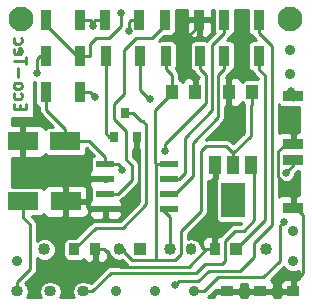
<source format=gbr>
G04 #@! TF.FileFunction,Copper,L2,Bot,Signal*
%FSLAX46Y46*%
G04 Gerber Fmt 4.6, Leading zero omitted, Abs format (unit mm)*
G04 Created by KiCad (PCBNEW 4.0.5+dfsg1-4) date Fri Oct 13 23:10:58 2017*
%MOMM*%
%LPD*%
G01*
G04 APERTURE LIST*
%ADD10C,0.100000*%
%ADD11C,0.254000*%
%ADD12R,0.900000X1.700000*%
%ADD13R,0.914400X1.016000*%
%ADD14O,0.914400X1.016000*%
%ADD15C,1.016000*%
%ADD16R,1.016000X1.016000*%
%ADD17C,0.914400*%
%ADD18R,1.016000X0.914400*%
%ADD19O,1.016000X0.914400*%
%ADD20R,1.000760X1.501140*%
%ADD21R,1.998980X2.999740*%
%ADD22R,1.700000X0.900000*%
%ADD23C,2.100000*%
%ADD24R,1.000000X1.250000*%
%ADD25R,0.800000X0.900000*%
%ADD26R,1.550000X0.600000*%
%ADD27R,2.600000X1.600000*%
%ADD28C,0.660400*%
G04 APERTURE END LIST*
D10*
D11*
X52040971Y-34368618D02*
X52040971Y-34029952D01*
X51508781Y-33884809D02*
X51508781Y-34368618D01*
X52524781Y-34368618D01*
X52524781Y-33884809D01*
X51557162Y-33013952D02*
X51508781Y-33110714D01*
X51508781Y-33304237D01*
X51557162Y-33400999D01*
X51605543Y-33449380D01*
X51702305Y-33497761D01*
X51992590Y-33497761D01*
X52089352Y-33449380D01*
X52137733Y-33400999D01*
X52186114Y-33304237D01*
X52186114Y-33110714D01*
X52137733Y-33013952D01*
X51508781Y-32433380D02*
X51557162Y-32530142D01*
X51605543Y-32578523D01*
X51702305Y-32626904D01*
X51992590Y-32626904D01*
X52089352Y-32578523D01*
X52137733Y-32530142D01*
X52186114Y-32433380D01*
X52186114Y-32288238D01*
X52137733Y-32191476D01*
X52089352Y-32143095D01*
X51992590Y-32094714D01*
X51702305Y-32094714D01*
X51605543Y-32143095D01*
X51557162Y-32191476D01*
X51508781Y-32288238D01*
X51508781Y-32433380D01*
X51895829Y-31659285D02*
X51895829Y-30885190D01*
X52524781Y-30546523D02*
X52524781Y-29965952D01*
X51508781Y-30256237D02*
X52524781Y-30256237D01*
X51557162Y-29240238D02*
X51508781Y-29337000D01*
X51508781Y-29530523D01*
X51557162Y-29627285D01*
X51653924Y-29675666D01*
X52040971Y-29675666D01*
X52137733Y-29627285D01*
X52186114Y-29530523D01*
X52186114Y-29337000D01*
X52137733Y-29240238D01*
X52040971Y-29191857D01*
X51944210Y-29191857D01*
X51847448Y-29675666D01*
X51557162Y-28321000D02*
X51508781Y-28417762D01*
X51508781Y-28611285D01*
X51557162Y-28708047D01*
X51605543Y-28756428D01*
X51702305Y-28804809D01*
X51992590Y-28804809D01*
X52089352Y-28756428D01*
X52137733Y-28708047D01*
X52186114Y-28611285D01*
X52186114Y-28417762D01*
X52137733Y-28321000D01*
D12*
X59256000Y-26797000D03*
X62156000Y-26797000D03*
D13*
X68548000Y-46228000D03*
D14*
X66548000Y-46228000D03*
D13*
X56642000Y-46228000D03*
D15*
X54102000Y-46228000D03*
D16*
X70358000Y-46228000D03*
D15*
X72898000Y-46228000D03*
D16*
X62230000Y-46228000D03*
D15*
X64770000Y-46228000D03*
D13*
X58420000Y-46228000D03*
D14*
X60420000Y-46228000D03*
D17*
X51816000Y-47244000D03*
X75184000Y-44704000D03*
X75184000Y-47244000D03*
D18*
X75184000Y-49784000D03*
X72390000Y-49784000D03*
X69596000Y-49784000D03*
D17*
X66802000Y-49784000D03*
X63500000Y-49784000D03*
X60198000Y-49784000D03*
D19*
X54610000Y-49784000D03*
X57404000Y-49784000D03*
X51816000Y-49784000D03*
D20*
X68577460Y-39080440D03*
X70078600Y-39080440D03*
X71579740Y-39080440D03*
D21*
X70078600Y-42031920D03*
D22*
X75184000Y-33274000D03*
X75184000Y-37338000D03*
X75184000Y-38633400D03*
X75184000Y-42697400D03*
D23*
X74866500Y-26733500D03*
D24*
X71723000Y-32893000D03*
X69723000Y-32893000D03*
X66897000Y-32893000D03*
X64897000Y-32893000D03*
D17*
X74930000Y-29369000D03*
X74930000Y-31369000D03*
D25*
X61910000Y-36687000D03*
X60010000Y-36687000D03*
X60960000Y-34687000D03*
D12*
X54250000Y-26797000D03*
X57150000Y-26797000D03*
X54229000Y-29845000D03*
X57129000Y-29845000D03*
X59309000Y-29845000D03*
X62209000Y-29845000D03*
X64410000Y-29845000D03*
X67310000Y-29845000D03*
X54229000Y-32893000D03*
X57129000Y-32893000D03*
X69342000Y-29845000D03*
X72242000Y-29845000D03*
X69342000Y-26797000D03*
X72242000Y-26797000D03*
X64336000Y-26797000D03*
X67236000Y-26797000D03*
D26*
X59276000Y-42799000D03*
X59276000Y-41529000D03*
X59276000Y-40259000D03*
X59276000Y-38989000D03*
X64676000Y-38989000D03*
X64676000Y-40259000D03*
X64676000Y-41529000D03*
X64676000Y-42799000D03*
D23*
X52133500Y-26733500D03*
D27*
X52326000Y-42164000D03*
X55926000Y-42164000D03*
X52278000Y-37084000D03*
X55878000Y-37084000D03*
D28*
X68481421Y-36700989D03*
X66245014Y-31491722D03*
X58203000Y-27322800D03*
X60683629Y-39475504D03*
X64332989Y-37879128D03*
X65207010Y-49218657D03*
X58380500Y-33300000D03*
X74404410Y-43861631D03*
X60564174Y-26172179D03*
X74980476Y-32791066D03*
X53482100Y-31287600D03*
X61259741Y-27766374D03*
X74567800Y-39721700D03*
X63024890Y-33526480D03*
D11*
X71574100Y-34048200D02*
X71574100Y-36580370D01*
X71574100Y-36580370D02*
X70078600Y-38075870D01*
X70078600Y-38075870D02*
X70078600Y-39080440D01*
X70078600Y-38075870D02*
X69502953Y-37500223D01*
X69502953Y-37500223D02*
X67756824Y-37500223D01*
X63460541Y-34454459D02*
X64897000Y-33018000D01*
X63460541Y-38929841D02*
X63460541Y-34454459D01*
X63519700Y-38989000D02*
X63460541Y-38929841D01*
X64897000Y-33018000D02*
X64897000Y-32893000D01*
X63519700Y-47145000D02*
X65151000Y-47145000D01*
X65669600Y-44688800D02*
X67357200Y-43001200D01*
X65151000Y-47145000D02*
X65669600Y-46626400D01*
X65669600Y-46626400D02*
X65669600Y-44688800D01*
X67357200Y-43001200D02*
X67357200Y-37899847D01*
X67357200Y-37899847D02*
X67756824Y-37500223D01*
X64410000Y-30949000D02*
X64897000Y-31436000D01*
X64410000Y-29845000D02*
X64410000Y-30949000D01*
X64897000Y-32014000D02*
X64897000Y-32893000D01*
X64897000Y-31436000D02*
X64897000Y-32014000D01*
X60420000Y-46228000D02*
X60839300Y-46228000D01*
X63519700Y-47145000D02*
X63519700Y-38989000D01*
X61535000Y-47145000D02*
X63519700Y-47145000D01*
X60839300Y-46449300D02*
X61535000Y-47145000D01*
X60839300Y-46228000D02*
X60839300Y-46449300D01*
X71574100Y-34048200D02*
X71723000Y-33899300D01*
X71723000Y-32893000D02*
X71723000Y-33899300D01*
X64676000Y-38989000D02*
X63519700Y-38989000D01*
X76022201Y-45214698D02*
X76022201Y-45034200D01*
X76022201Y-45034200D02*
X76022201Y-44450000D01*
X76022201Y-48234599D02*
X76022201Y-45034200D01*
X75184000Y-49784000D02*
X75184000Y-49072800D01*
X75184000Y-49072800D02*
X76022201Y-48234599D01*
X75184000Y-37338000D02*
X74493598Y-37338000D01*
X74493598Y-37338000D02*
X73856599Y-37974999D01*
X73856599Y-40063077D02*
X75184000Y-41390478D01*
X75184000Y-41390478D02*
X75184000Y-41993400D01*
X75184000Y-41993400D02*
X75184000Y-42697400D01*
X73856599Y-37974999D02*
X73856599Y-40063077D01*
X68577460Y-39080440D02*
X68577460Y-40085010D01*
X68577460Y-40085010D02*
X68222261Y-40440209D01*
X68222261Y-40440209D02*
X68222261Y-43204622D01*
X68548000Y-43530361D02*
X68548000Y-46228000D01*
X68222261Y-43204622D02*
X68548000Y-43530361D01*
X68548000Y-45338700D02*
X68548000Y-46228000D01*
X59276000Y-42799000D02*
X60773677Y-42799000D01*
X60773677Y-42799000D02*
X62082121Y-41490556D01*
X62082121Y-41490556D02*
X62082121Y-37690421D01*
X62082121Y-37690421D02*
X61910000Y-37518300D01*
X61910000Y-37518300D02*
X61910000Y-36687000D01*
X69723000Y-35459410D02*
X68811620Y-36370790D01*
X68811620Y-36370790D02*
X68481421Y-36700989D01*
X69723000Y-32893000D02*
X69723000Y-35459410D01*
X67236000Y-26797000D02*
X67236000Y-27228903D01*
X66245014Y-31024749D02*
X66245014Y-31491722D01*
X67236000Y-27228903D02*
X66245014Y-28219889D01*
X66245014Y-28219889D02*
X66245014Y-31024749D01*
X66374722Y-31491722D02*
X66245014Y-31491722D01*
X66897000Y-32014000D02*
X66374722Y-31491722D01*
X66897000Y-32893000D02*
X66897000Y-32014000D01*
X66897000Y-32893000D02*
X66897000Y-32768000D01*
X72440800Y-49784000D02*
X72390000Y-49784000D01*
X75184000Y-49618608D02*
X75184000Y-49784000D01*
X67792737Y-46228000D02*
X66348197Y-47672540D01*
X59131200Y-46228000D02*
X58420000Y-46228000D01*
X66348197Y-47672540D02*
X60575740Y-47672540D01*
X60575740Y-47672540D02*
X59131200Y-46228000D01*
X68548000Y-46228000D02*
X67792737Y-46228000D01*
X76022201Y-44301663D02*
X76022201Y-44450000D01*
X76022201Y-43281601D02*
X76022201Y-44450000D01*
X75438000Y-42697400D02*
X76022201Y-43281601D01*
X75184000Y-42697400D02*
X75438000Y-42697400D01*
X52913000Y-39751000D02*
X52278000Y-39116000D01*
X52278000Y-39116000D02*
X52278000Y-37084000D01*
X55926000Y-42164000D02*
X55926000Y-41110000D01*
X55926000Y-41110000D02*
X54567000Y-39751000D01*
X54567000Y-39751000D02*
X54267000Y-39751000D01*
X55319039Y-47045852D02*
X55319039Y-44119800D01*
X55926000Y-42164000D02*
X55926000Y-43218000D01*
X55926000Y-43218000D02*
X55319039Y-43824961D01*
X55319039Y-43824961D02*
X55319039Y-44119800D01*
X52913000Y-39751000D02*
X52578000Y-39416000D01*
X54267000Y-39751000D02*
X52913000Y-39751000D01*
X57719089Y-40424100D02*
X57719089Y-42164000D01*
X59276000Y-42799000D02*
X57871489Y-42799000D01*
X57871489Y-42799000D02*
X57719089Y-42646600D01*
X57719089Y-42646600D02*
X57719089Y-42164000D01*
X59276000Y-40259000D02*
X57884189Y-40259000D01*
X57884189Y-40259000D02*
X57719089Y-40424100D01*
X57107300Y-42164000D02*
X57719089Y-42164000D01*
X58420000Y-46228000D02*
X58420000Y-46990000D01*
X58420000Y-46990000D02*
X57645300Y-47764700D01*
X57645300Y-47764700D02*
X56037887Y-47764700D01*
X56037887Y-47764700D02*
X55319039Y-47045852D01*
X55626000Y-42164000D02*
X56366700Y-42164000D01*
X56366700Y-42164000D02*
X57107300Y-42164000D01*
X57404000Y-49784000D02*
X58166000Y-49784000D01*
X67667181Y-47441364D02*
X69178644Y-47441364D01*
X70256398Y-44627800D02*
X70978751Y-44627800D01*
X58166000Y-49784000D02*
X59769449Y-48180551D01*
X59769449Y-48180551D02*
X66927994Y-48180551D01*
X69178644Y-47441364D02*
X69415000Y-47205008D01*
X70978751Y-44627800D02*
X71842129Y-43764422D01*
X71842129Y-39342829D02*
X71579740Y-39080440D01*
X66927994Y-48180551D02*
X67667181Y-47441364D01*
X69415000Y-47205008D02*
X69415000Y-45469198D01*
X69415000Y-45469198D02*
X70256398Y-44627800D01*
X71842129Y-43764422D02*
X71842129Y-39342829D01*
X52902839Y-47858661D02*
X52902839Y-44107100D01*
X52326000Y-42164000D02*
X52326000Y-43530261D01*
X52326000Y-43530261D02*
X52902839Y-44107100D01*
X51816000Y-49784000D02*
X51816000Y-48945500D01*
X51816000Y-48945500D02*
X52902839Y-47858661D01*
X59256000Y-26797000D02*
X58424700Y-26797000D01*
X57150000Y-26797000D02*
X57981300Y-26797000D01*
X58203000Y-27018700D02*
X57981300Y-26797000D01*
X58203000Y-27018700D02*
X58424700Y-26797000D01*
X58203000Y-27322800D02*
X58203000Y-27018700D01*
X60305000Y-38989000D02*
X60683629Y-39367629D01*
X60683629Y-39367629D02*
X60683629Y-39475504D01*
X59276000Y-38989000D02*
X60305000Y-38989000D01*
X54229000Y-32893000D02*
X54229000Y-34251900D01*
X55878000Y-37084000D02*
X55878000Y-36030000D01*
X55878000Y-36030000D02*
X54229000Y-34381000D01*
X54229000Y-34381000D02*
X54229000Y-34251900D01*
X55878000Y-37084000D02*
X57925000Y-37084000D01*
X59276000Y-38989000D02*
X59276000Y-38435000D01*
X59276000Y-38435000D02*
X57925000Y-37084000D01*
X57925000Y-37084000D02*
X56932000Y-37084000D01*
X56932000Y-37084000D02*
X55578000Y-37084000D01*
X64770000Y-43471100D02*
X64770000Y-46228000D01*
X64097900Y-42799000D02*
X64770000Y-43471100D01*
X64676000Y-42799000D02*
X64097900Y-42799000D01*
X62714900Y-42413312D02*
X60750912Y-44377300D01*
X60750912Y-44377300D02*
X58441900Y-44377300D01*
X60960000Y-34687000D02*
X61614000Y-34687000D01*
X62318000Y-35391000D02*
X62445300Y-35391000D01*
X62445300Y-35391000D02*
X62714900Y-35660600D01*
X56642000Y-46177200D02*
X56642000Y-46228000D01*
X61614000Y-34687000D02*
X62318000Y-35391000D01*
X62714900Y-35660600D02*
X62714900Y-42413312D01*
X58441900Y-44377300D02*
X56642000Y-46177200D01*
X64332989Y-37267813D02*
X64332989Y-37412155D01*
X67310000Y-29845000D02*
X67310000Y-30949000D01*
X67310000Y-30949000D02*
X67799924Y-31438924D01*
X67799924Y-31438924D02*
X67799924Y-33800878D01*
X67799924Y-33800878D02*
X64332989Y-37267813D01*
X64332989Y-37412155D02*
X64332989Y-37879128D01*
X72242000Y-29845000D02*
X72242000Y-30949000D01*
X72242000Y-30949000D02*
X72817141Y-31524141D01*
X72817141Y-31524141D02*
X72817141Y-43770201D01*
X72817141Y-43770201D02*
X70359342Y-46228000D01*
X70359342Y-46228000D02*
X70358000Y-46228000D01*
X72242000Y-26797000D02*
X72242000Y-27901000D01*
X72242000Y-27901000D02*
X73348589Y-29007589D01*
X73348589Y-29007589D02*
X73348589Y-44135818D01*
X73348589Y-44135818D02*
X71811144Y-45673263D01*
X71811144Y-46896690D02*
X70689933Y-48017901D01*
X71811144Y-45673263D02*
X71811144Y-46896690D01*
X65537209Y-48888458D02*
X65207010Y-49218657D01*
X70689933Y-48017901D02*
X68003338Y-48017901D01*
X68003338Y-48017901D02*
X67132781Y-48888458D01*
X67132781Y-48888458D02*
X65537209Y-48888458D01*
X57973500Y-32893000D02*
X58380500Y-33300000D01*
X57129000Y-32893000D02*
X57973500Y-32893000D01*
X66802000Y-49784000D02*
X67622711Y-49784000D01*
X67622711Y-49784000D02*
X68821143Y-48585568D01*
X68821143Y-48585568D02*
X72628995Y-48585568D01*
X74019067Y-44246974D02*
X74074211Y-44191830D01*
X72628995Y-48585568D02*
X74019067Y-47195496D01*
X74019067Y-47195496D02*
X74019067Y-44246974D01*
X74074211Y-44191830D02*
X74404410Y-43861631D01*
X59309000Y-29845000D02*
X59309000Y-36394900D01*
X59309000Y-36394900D02*
X59601100Y-36687000D01*
X59601100Y-36687000D02*
X60010000Y-36687000D01*
X57960300Y-28821727D02*
X58434345Y-28347682D01*
X60564174Y-26639152D02*
X60564174Y-26172179D01*
X60564174Y-27332186D02*
X60564174Y-26639152D01*
X59548678Y-28347682D02*
X60564174Y-27332186D01*
X58434345Y-28347682D02*
X59548678Y-28347682D01*
X57960300Y-29527500D02*
X57960300Y-28821727D01*
X74980476Y-33106037D02*
X74980476Y-32791066D01*
X75107389Y-33232950D02*
X74980476Y-33106037D01*
X75132805Y-33232950D02*
X75107389Y-33232950D01*
X75132805Y-33554805D02*
X75132805Y-33232950D01*
X75184000Y-33606000D02*
X75132805Y-33554805D01*
X75173855Y-33274000D02*
X75132805Y-33232950D01*
X75184000Y-33274000D02*
X75173855Y-33274000D01*
X54250000Y-26797000D02*
X54250000Y-27197000D01*
X54250000Y-27197000D02*
X56898000Y-29845000D01*
X56898000Y-29845000D02*
X57129000Y-29845000D01*
X57960300Y-29845000D02*
X57960300Y-29527500D01*
X57960300Y-29527500D02*
X57960300Y-28937400D01*
X57129000Y-29845000D02*
X57960300Y-29845000D01*
X53482100Y-31287600D02*
X53482100Y-30096600D01*
X53482100Y-30096600D02*
X53733700Y-29845000D01*
X53733700Y-29845000D02*
X54229000Y-29845000D01*
X61259741Y-27299401D02*
X61259741Y-27766374D01*
X62156000Y-26797000D02*
X61452000Y-26797000D01*
X61452000Y-26797000D02*
X61259741Y-26989259D01*
X61259741Y-26989259D02*
X61259741Y-27299401D01*
X75184000Y-38633400D02*
X75184000Y-39105500D01*
X75184000Y-39105500D02*
X74567800Y-39721700D01*
X75184000Y-38354000D02*
X75184000Y-39105500D01*
X74772200Y-39517300D02*
X74567800Y-39721700D01*
X62209000Y-32710590D02*
X62694691Y-33196281D01*
X62694691Y-33196281D02*
X63024890Y-33526480D01*
X62209000Y-29845000D02*
X62209000Y-32710590D01*
X68815945Y-35023172D02*
X68815945Y-31475055D01*
X68815945Y-31475055D02*
X69342000Y-30949000D01*
X69342000Y-30949000D02*
X69342000Y-29845000D01*
X66648100Y-40031900D02*
X66648100Y-37191017D01*
X66648100Y-37191017D02*
X68815945Y-35023172D01*
X64676000Y-41529000D02*
X65151000Y-41529000D01*
X65151000Y-41529000D02*
X66648100Y-40031900D01*
X64676000Y-40259000D02*
X65493900Y-40259000D01*
X65493900Y-40259000D02*
X65985431Y-39767469D01*
X65985431Y-36756046D02*
X68307934Y-34433543D01*
X65985431Y-39767469D02*
X65985431Y-36756046D01*
X68307934Y-34433543D02*
X68307934Y-28935066D01*
X68307934Y-28935066D02*
X69342000Y-27901000D01*
X69342000Y-27901000D02*
X69342000Y-26797000D01*
X59276000Y-41529000D02*
X60305000Y-41529000D01*
X60305000Y-41529000D02*
X61498965Y-40335035D01*
X61856000Y-28321000D02*
X63212000Y-28321000D01*
X61498965Y-40335035D02*
X61498965Y-39085277D01*
X61498965Y-39085277D02*
X61025007Y-38611319D01*
X61025007Y-38611319D02*
X61025007Y-36216728D01*
X64336000Y-27197000D02*
X64336000Y-26797000D01*
X61025007Y-36216728D02*
X59996618Y-35188339D01*
X59996618Y-35188339D02*
X59996618Y-33931818D01*
X59996618Y-33931818D02*
X60878100Y-33050336D01*
X60878100Y-33050336D02*
X60878100Y-29298900D01*
X60878100Y-29298900D02*
X61856000Y-28321000D01*
X63212000Y-28321000D02*
X64336000Y-27197000D01*
G36*
X74408358Y-47761289D02*
X74665358Y-48018738D01*
X75001317Y-48158241D01*
X75365087Y-48158558D01*
X75667800Y-48033479D01*
X75667800Y-48691800D01*
X75469750Y-48691800D01*
X75311000Y-48850550D01*
X75311000Y-49657000D01*
X75331000Y-49657000D01*
X75331000Y-49911000D01*
X75311000Y-49911000D01*
X75311000Y-49931000D01*
X75057000Y-49931000D01*
X75057000Y-49911000D01*
X74199750Y-49911000D01*
X74041000Y-50069750D01*
X74041000Y-50267800D01*
X73533000Y-50267800D01*
X73533000Y-50069750D01*
X73374250Y-49911000D01*
X72517000Y-49911000D01*
X72517000Y-49931000D01*
X72263000Y-49931000D01*
X72263000Y-49911000D01*
X71405750Y-49911000D01*
X71247000Y-50069750D01*
X71247000Y-50267800D01*
X70739000Y-50267800D01*
X70739000Y-50069750D01*
X70580250Y-49911000D01*
X69723000Y-49911000D01*
X69723000Y-49931000D01*
X69469000Y-49931000D01*
X69469000Y-49911000D01*
X68611750Y-49911000D01*
X68453000Y-50069750D01*
X68453000Y-50267800D01*
X67929981Y-50267800D01*
X68035803Y-50197092D01*
X68593823Y-49639073D01*
X68611750Y-49657000D01*
X69469000Y-49657000D01*
X69469000Y-49637000D01*
X69723000Y-49637000D01*
X69723000Y-49657000D01*
X70580250Y-49657000D01*
X70739000Y-49498250D01*
X70739000Y-49200490D01*
X70726275Y-49169768D01*
X71259725Y-49169768D01*
X71247000Y-49200490D01*
X71247000Y-49498250D01*
X71405750Y-49657000D01*
X72263000Y-49657000D01*
X72263000Y-49637000D01*
X72517000Y-49637000D01*
X72517000Y-49657000D01*
X73374250Y-49657000D01*
X73533000Y-49498250D01*
X73533000Y-49200490D01*
X74041000Y-49200490D01*
X74041000Y-49498250D01*
X74199750Y-49657000D01*
X75057000Y-49657000D01*
X75057000Y-48850550D01*
X74898250Y-48691800D01*
X74549691Y-48691800D01*
X74316302Y-48788473D01*
X74137673Y-48967101D01*
X74041000Y-49200490D01*
X73533000Y-49200490D01*
X73436327Y-48967101D01*
X73257698Y-48788473D01*
X73253863Y-48786884D01*
X74370670Y-47670077D01*
X74408358Y-47761289D01*
X74408358Y-47761289D01*
G37*
X74408358Y-47761289D02*
X74665358Y-48018738D01*
X75001317Y-48158241D01*
X75365087Y-48158558D01*
X75667800Y-48033479D01*
X75667800Y-48691800D01*
X75469750Y-48691800D01*
X75311000Y-48850550D01*
X75311000Y-49657000D01*
X75331000Y-49657000D01*
X75331000Y-49911000D01*
X75311000Y-49911000D01*
X75311000Y-49931000D01*
X75057000Y-49931000D01*
X75057000Y-49911000D01*
X74199750Y-49911000D01*
X74041000Y-50069750D01*
X74041000Y-50267800D01*
X73533000Y-50267800D01*
X73533000Y-50069750D01*
X73374250Y-49911000D01*
X72517000Y-49911000D01*
X72517000Y-49931000D01*
X72263000Y-49931000D01*
X72263000Y-49911000D01*
X71405750Y-49911000D01*
X71247000Y-50069750D01*
X71247000Y-50267800D01*
X70739000Y-50267800D01*
X70739000Y-50069750D01*
X70580250Y-49911000D01*
X69723000Y-49911000D01*
X69723000Y-49931000D01*
X69469000Y-49931000D01*
X69469000Y-49911000D01*
X68611750Y-49911000D01*
X68453000Y-50069750D01*
X68453000Y-50267800D01*
X67929981Y-50267800D01*
X68035803Y-50197092D01*
X68593823Y-49639073D01*
X68611750Y-49657000D01*
X69469000Y-49657000D01*
X69469000Y-49637000D01*
X69723000Y-49637000D01*
X69723000Y-49657000D01*
X70580250Y-49657000D01*
X70739000Y-49498250D01*
X70739000Y-49200490D01*
X70726275Y-49169768D01*
X71259725Y-49169768D01*
X71247000Y-49200490D01*
X71247000Y-49498250D01*
X71405750Y-49657000D01*
X72263000Y-49657000D01*
X72263000Y-49637000D01*
X72517000Y-49637000D01*
X72517000Y-49657000D01*
X73374250Y-49657000D01*
X73533000Y-49498250D01*
X73533000Y-49200490D01*
X74041000Y-49200490D01*
X74041000Y-49498250D01*
X74199750Y-49657000D01*
X75057000Y-49657000D01*
X75057000Y-48850550D01*
X74898250Y-48691800D01*
X74549691Y-48691800D01*
X74316302Y-48788473D01*
X74137673Y-48967101D01*
X74041000Y-49200490D01*
X73533000Y-49200490D01*
X73436327Y-48967101D01*
X73257698Y-48788473D01*
X73253863Y-48786884D01*
X74370670Y-47670077D01*
X74408358Y-47761289D01*
G36*
X53312843Y-32069903D02*
X53312843Y-33743000D01*
X53344723Y-33912428D01*
X53444855Y-34068038D01*
X53597639Y-34172430D01*
X53644800Y-34181980D01*
X53644800Y-34381000D01*
X53689270Y-34604564D01*
X53724378Y-34657107D01*
X53815908Y-34794092D01*
X54839659Y-35817843D01*
X54578000Y-35817843D01*
X54408572Y-35849723D01*
X54252962Y-35949855D01*
X54174486Y-36064709D01*
X54116327Y-35924301D01*
X53937698Y-35745673D01*
X53704309Y-35649000D01*
X52563750Y-35649000D01*
X52405000Y-35807750D01*
X52405000Y-36957000D01*
X52425000Y-36957000D01*
X52425000Y-37211000D01*
X52405000Y-37211000D01*
X52405000Y-38360250D01*
X52563750Y-38519000D01*
X53704309Y-38519000D01*
X53937698Y-38422327D01*
X54116327Y-38243699D01*
X54175004Y-38102040D01*
X54243855Y-38209038D01*
X54396639Y-38313430D01*
X54578000Y-38350157D01*
X57178000Y-38350157D01*
X57347428Y-38318277D01*
X57503038Y-38218145D01*
X57607430Y-38065361D01*
X57644157Y-37884000D01*
X57644157Y-37668200D01*
X57683016Y-37668200D01*
X58293827Y-38279011D01*
X58175962Y-38354855D01*
X58071570Y-38507639D01*
X58034843Y-38689000D01*
X58034843Y-39289000D01*
X58066723Y-39458428D01*
X58081141Y-39480834D01*
X57962673Y-39599301D01*
X57866000Y-39832690D01*
X57866000Y-39973250D01*
X58024750Y-40132000D01*
X59149000Y-40132000D01*
X59149000Y-40112000D01*
X59403000Y-40112000D01*
X59403000Y-40132000D01*
X59423000Y-40132000D01*
X59423000Y-40386000D01*
X59403000Y-40386000D01*
X59403000Y-40406000D01*
X59149000Y-40406000D01*
X59149000Y-40386000D01*
X58024750Y-40386000D01*
X57866000Y-40544750D01*
X57866000Y-40685310D01*
X57962673Y-40918699D01*
X58079706Y-41035731D01*
X58071570Y-41047639D01*
X58034843Y-41229000D01*
X58034843Y-41829000D01*
X58066723Y-41998428D01*
X58081141Y-42020834D01*
X57962673Y-42139301D01*
X57866000Y-42372690D01*
X57866000Y-42513250D01*
X58024750Y-42672000D01*
X59149000Y-42672000D01*
X59149000Y-42652000D01*
X59403000Y-42652000D01*
X59403000Y-42672000D01*
X60527250Y-42672000D01*
X60686000Y-42513250D01*
X60686000Y-42372690D01*
X60589327Y-42139301D01*
X60520383Y-42070357D01*
X60528564Y-42068730D01*
X60718092Y-41942092D01*
X61912054Y-40748129D01*
X61912057Y-40748127D01*
X62038695Y-40558599D01*
X62083165Y-40335035D01*
X62083165Y-39085277D01*
X62038695Y-38861713D01*
X61912057Y-38672185D01*
X61609207Y-38369335D01*
X61609207Y-37772000D01*
X61624250Y-37772000D01*
X61783000Y-37613250D01*
X61783000Y-36814000D01*
X61763000Y-36814000D01*
X61763000Y-36560000D01*
X61783000Y-36560000D01*
X61783000Y-36540000D01*
X62037000Y-36540000D01*
X62037000Y-36560000D01*
X62057000Y-36560000D01*
X62057000Y-36814000D01*
X62037000Y-36814000D01*
X62037000Y-37613250D01*
X62130700Y-37706950D01*
X62130700Y-42171329D01*
X60508928Y-43793100D01*
X58441900Y-43793100D01*
X58218336Y-43837570D01*
X58106562Y-43912255D01*
X58028808Y-43964208D01*
X56739173Y-45253843D01*
X56184800Y-45253843D01*
X56015372Y-45285723D01*
X55859762Y-45385855D01*
X55755370Y-45538639D01*
X55718643Y-45720000D01*
X55718643Y-46736000D01*
X55750523Y-46905428D01*
X55850655Y-47061038D01*
X56003439Y-47165430D01*
X56184800Y-47202157D01*
X57099200Y-47202157D01*
X57268628Y-47170277D01*
X57416067Y-47075403D01*
X57424473Y-47095698D01*
X57603101Y-47274327D01*
X57836490Y-47371000D01*
X58134250Y-47371000D01*
X58293000Y-47212250D01*
X58293000Y-46355000D01*
X58273000Y-46355000D01*
X58273000Y-46101000D01*
X58293000Y-46101000D01*
X58293000Y-46081000D01*
X58547000Y-46081000D01*
X58547000Y-46101000D01*
X58567000Y-46101000D01*
X58567000Y-46355000D01*
X58547000Y-46355000D01*
X58547000Y-47212250D01*
X58705750Y-47371000D01*
X59003510Y-47371000D01*
X59236899Y-47274327D01*
X59415527Y-47095698D01*
X59512200Y-46862309D01*
X59512200Y-46513750D01*
X59353452Y-46355002D01*
X59512200Y-46355002D01*
X59512200Y-46330889D01*
X59575205Y-46647635D01*
X59773422Y-46944287D01*
X60070074Y-47142504D01*
X60420000Y-47212109D01*
X60716873Y-47153057D01*
X61121908Y-47558092D01*
X61179167Y-47596351D01*
X59769449Y-47596351D01*
X59545885Y-47640821D01*
X59390362Y-47744738D01*
X59356357Y-47767459D01*
X58040024Y-49083792D01*
X57823635Y-48939205D01*
X57473709Y-48869600D01*
X57334291Y-48869600D01*
X56984365Y-48939205D01*
X56687713Y-49137422D01*
X56489496Y-49434074D01*
X56419891Y-49784000D01*
X56489496Y-50133926D01*
X56578948Y-50267800D01*
X55435052Y-50267800D01*
X55524504Y-50133926D01*
X55594109Y-49784000D01*
X55524504Y-49434074D01*
X55326287Y-49137422D01*
X55029635Y-48939205D01*
X54679709Y-48869600D01*
X54540291Y-48869600D01*
X54190365Y-48939205D01*
X53893713Y-49137422D01*
X53695496Y-49434074D01*
X53625891Y-49784000D01*
X53695496Y-50133926D01*
X53784948Y-50267800D01*
X52641052Y-50267800D01*
X52730504Y-50133926D01*
X52800109Y-49784000D01*
X52730504Y-49434074D01*
X52532287Y-49137422D01*
X52483117Y-49104567D01*
X53315928Y-48271755D01*
X53315931Y-48271753D01*
X53442569Y-48082225D01*
X53487039Y-47858661D01*
X53487039Y-46978156D01*
X53554544Y-47045779D01*
X53909168Y-47193032D01*
X54293148Y-47193367D01*
X54648027Y-47046734D01*
X54919779Y-46775456D01*
X55067032Y-46420832D01*
X55067367Y-46036852D01*
X54920734Y-45681973D01*
X54649456Y-45410221D01*
X54294832Y-45262968D01*
X53910852Y-45262633D01*
X53555973Y-45409266D01*
X53487039Y-45478080D01*
X53487039Y-44107105D01*
X53487040Y-44107100D01*
X53442570Y-43883537D01*
X53374992Y-43782400D01*
X53315931Y-43694008D01*
X53315928Y-43694006D01*
X53052079Y-43430157D01*
X53626000Y-43430157D01*
X53795428Y-43398277D01*
X53951038Y-43298145D01*
X54029514Y-43183291D01*
X54087673Y-43323699D01*
X54266302Y-43502327D01*
X54499691Y-43599000D01*
X55640250Y-43599000D01*
X55799000Y-43440250D01*
X55799000Y-42291000D01*
X56053000Y-42291000D01*
X56053000Y-43440250D01*
X56211750Y-43599000D01*
X57352309Y-43599000D01*
X57585698Y-43502327D01*
X57764327Y-43323699D01*
X57861000Y-43090310D01*
X57861000Y-43084750D01*
X57866000Y-43084750D01*
X57866000Y-43225310D01*
X57962673Y-43458699D01*
X58141302Y-43637327D01*
X58374691Y-43734000D01*
X58990250Y-43734000D01*
X59149000Y-43575250D01*
X59149000Y-42926000D01*
X59403000Y-42926000D01*
X59403000Y-43575250D01*
X59561750Y-43734000D01*
X60177309Y-43734000D01*
X60410698Y-43637327D01*
X60589327Y-43458699D01*
X60686000Y-43225310D01*
X60686000Y-43084750D01*
X60527250Y-42926000D01*
X59403000Y-42926000D01*
X59149000Y-42926000D01*
X58024750Y-42926000D01*
X57866000Y-43084750D01*
X57861000Y-43084750D01*
X57861000Y-42449750D01*
X57702250Y-42291000D01*
X56053000Y-42291000D01*
X55799000Y-42291000D01*
X55779000Y-42291000D01*
X55779000Y-42037000D01*
X55799000Y-42037000D01*
X55799000Y-40887750D01*
X56053000Y-40887750D01*
X56053000Y-42037000D01*
X57702250Y-42037000D01*
X57861000Y-41878250D01*
X57861000Y-41237690D01*
X57764327Y-41004301D01*
X57585698Y-40825673D01*
X57352309Y-40729000D01*
X56211750Y-40729000D01*
X56053000Y-40887750D01*
X55799000Y-40887750D01*
X55640250Y-40729000D01*
X54499691Y-40729000D01*
X54266302Y-40825673D01*
X54087673Y-41004301D01*
X54028996Y-41145960D01*
X53960145Y-41038962D01*
X53807361Y-40934570D01*
X53626000Y-40897843D01*
X51332200Y-40897843D01*
X51332200Y-38519000D01*
X51992250Y-38519000D01*
X52151000Y-38360250D01*
X52151000Y-37211000D01*
X52131000Y-37211000D01*
X52131000Y-36957000D01*
X52151000Y-36957000D01*
X52151000Y-35807750D01*
X51992250Y-35649000D01*
X51332200Y-35649000D01*
X51332200Y-35067724D01*
X53263800Y-35067724D01*
X53263800Y-32049538D01*
X53312843Y-32069903D01*
X53312843Y-32069903D01*
G37*
X53312843Y-32069903D02*
X53312843Y-33743000D01*
X53344723Y-33912428D01*
X53444855Y-34068038D01*
X53597639Y-34172430D01*
X53644800Y-34181980D01*
X53644800Y-34381000D01*
X53689270Y-34604564D01*
X53724378Y-34657107D01*
X53815908Y-34794092D01*
X54839659Y-35817843D01*
X54578000Y-35817843D01*
X54408572Y-35849723D01*
X54252962Y-35949855D01*
X54174486Y-36064709D01*
X54116327Y-35924301D01*
X53937698Y-35745673D01*
X53704309Y-35649000D01*
X52563750Y-35649000D01*
X52405000Y-35807750D01*
X52405000Y-36957000D01*
X52425000Y-36957000D01*
X52425000Y-37211000D01*
X52405000Y-37211000D01*
X52405000Y-38360250D01*
X52563750Y-38519000D01*
X53704309Y-38519000D01*
X53937698Y-38422327D01*
X54116327Y-38243699D01*
X54175004Y-38102040D01*
X54243855Y-38209038D01*
X54396639Y-38313430D01*
X54578000Y-38350157D01*
X57178000Y-38350157D01*
X57347428Y-38318277D01*
X57503038Y-38218145D01*
X57607430Y-38065361D01*
X57644157Y-37884000D01*
X57644157Y-37668200D01*
X57683016Y-37668200D01*
X58293827Y-38279011D01*
X58175962Y-38354855D01*
X58071570Y-38507639D01*
X58034843Y-38689000D01*
X58034843Y-39289000D01*
X58066723Y-39458428D01*
X58081141Y-39480834D01*
X57962673Y-39599301D01*
X57866000Y-39832690D01*
X57866000Y-39973250D01*
X58024750Y-40132000D01*
X59149000Y-40132000D01*
X59149000Y-40112000D01*
X59403000Y-40112000D01*
X59403000Y-40132000D01*
X59423000Y-40132000D01*
X59423000Y-40386000D01*
X59403000Y-40386000D01*
X59403000Y-40406000D01*
X59149000Y-40406000D01*
X59149000Y-40386000D01*
X58024750Y-40386000D01*
X57866000Y-40544750D01*
X57866000Y-40685310D01*
X57962673Y-40918699D01*
X58079706Y-41035731D01*
X58071570Y-41047639D01*
X58034843Y-41229000D01*
X58034843Y-41829000D01*
X58066723Y-41998428D01*
X58081141Y-42020834D01*
X57962673Y-42139301D01*
X57866000Y-42372690D01*
X57866000Y-42513250D01*
X58024750Y-42672000D01*
X59149000Y-42672000D01*
X59149000Y-42652000D01*
X59403000Y-42652000D01*
X59403000Y-42672000D01*
X60527250Y-42672000D01*
X60686000Y-42513250D01*
X60686000Y-42372690D01*
X60589327Y-42139301D01*
X60520383Y-42070357D01*
X60528564Y-42068730D01*
X60718092Y-41942092D01*
X61912054Y-40748129D01*
X61912057Y-40748127D01*
X62038695Y-40558599D01*
X62083165Y-40335035D01*
X62083165Y-39085277D01*
X62038695Y-38861713D01*
X61912057Y-38672185D01*
X61609207Y-38369335D01*
X61609207Y-37772000D01*
X61624250Y-37772000D01*
X61783000Y-37613250D01*
X61783000Y-36814000D01*
X61763000Y-36814000D01*
X61763000Y-36560000D01*
X61783000Y-36560000D01*
X61783000Y-36540000D01*
X62037000Y-36540000D01*
X62037000Y-36560000D01*
X62057000Y-36560000D01*
X62057000Y-36814000D01*
X62037000Y-36814000D01*
X62037000Y-37613250D01*
X62130700Y-37706950D01*
X62130700Y-42171329D01*
X60508928Y-43793100D01*
X58441900Y-43793100D01*
X58218336Y-43837570D01*
X58106562Y-43912255D01*
X58028808Y-43964208D01*
X56739173Y-45253843D01*
X56184800Y-45253843D01*
X56015372Y-45285723D01*
X55859762Y-45385855D01*
X55755370Y-45538639D01*
X55718643Y-45720000D01*
X55718643Y-46736000D01*
X55750523Y-46905428D01*
X55850655Y-47061038D01*
X56003439Y-47165430D01*
X56184800Y-47202157D01*
X57099200Y-47202157D01*
X57268628Y-47170277D01*
X57416067Y-47075403D01*
X57424473Y-47095698D01*
X57603101Y-47274327D01*
X57836490Y-47371000D01*
X58134250Y-47371000D01*
X58293000Y-47212250D01*
X58293000Y-46355000D01*
X58273000Y-46355000D01*
X58273000Y-46101000D01*
X58293000Y-46101000D01*
X58293000Y-46081000D01*
X58547000Y-46081000D01*
X58547000Y-46101000D01*
X58567000Y-46101000D01*
X58567000Y-46355000D01*
X58547000Y-46355000D01*
X58547000Y-47212250D01*
X58705750Y-47371000D01*
X59003510Y-47371000D01*
X59236899Y-47274327D01*
X59415527Y-47095698D01*
X59512200Y-46862309D01*
X59512200Y-46513750D01*
X59353452Y-46355002D01*
X59512200Y-46355002D01*
X59512200Y-46330889D01*
X59575205Y-46647635D01*
X59773422Y-46944287D01*
X60070074Y-47142504D01*
X60420000Y-47212109D01*
X60716873Y-47153057D01*
X61121908Y-47558092D01*
X61179167Y-47596351D01*
X59769449Y-47596351D01*
X59545885Y-47640821D01*
X59390362Y-47744738D01*
X59356357Y-47767459D01*
X58040024Y-49083792D01*
X57823635Y-48939205D01*
X57473709Y-48869600D01*
X57334291Y-48869600D01*
X56984365Y-48939205D01*
X56687713Y-49137422D01*
X56489496Y-49434074D01*
X56419891Y-49784000D01*
X56489496Y-50133926D01*
X56578948Y-50267800D01*
X55435052Y-50267800D01*
X55524504Y-50133926D01*
X55594109Y-49784000D01*
X55524504Y-49434074D01*
X55326287Y-49137422D01*
X55029635Y-48939205D01*
X54679709Y-48869600D01*
X54540291Y-48869600D01*
X54190365Y-48939205D01*
X53893713Y-49137422D01*
X53695496Y-49434074D01*
X53625891Y-49784000D01*
X53695496Y-50133926D01*
X53784948Y-50267800D01*
X52641052Y-50267800D01*
X52730504Y-50133926D01*
X52800109Y-49784000D01*
X52730504Y-49434074D01*
X52532287Y-49137422D01*
X52483117Y-49104567D01*
X53315928Y-48271755D01*
X53315931Y-48271753D01*
X53442569Y-48082225D01*
X53487039Y-47858661D01*
X53487039Y-46978156D01*
X53554544Y-47045779D01*
X53909168Y-47193032D01*
X54293148Y-47193367D01*
X54648027Y-47046734D01*
X54919779Y-46775456D01*
X55067032Y-46420832D01*
X55067367Y-46036852D01*
X54920734Y-45681973D01*
X54649456Y-45410221D01*
X54294832Y-45262968D01*
X53910852Y-45262633D01*
X53555973Y-45409266D01*
X53487039Y-45478080D01*
X53487039Y-44107105D01*
X53487040Y-44107100D01*
X53442570Y-43883537D01*
X53374992Y-43782400D01*
X53315931Y-43694008D01*
X53315928Y-43694006D01*
X53052079Y-43430157D01*
X53626000Y-43430157D01*
X53795428Y-43398277D01*
X53951038Y-43298145D01*
X54029514Y-43183291D01*
X54087673Y-43323699D01*
X54266302Y-43502327D01*
X54499691Y-43599000D01*
X55640250Y-43599000D01*
X55799000Y-43440250D01*
X55799000Y-42291000D01*
X56053000Y-42291000D01*
X56053000Y-43440250D01*
X56211750Y-43599000D01*
X57352309Y-43599000D01*
X57585698Y-43502327D01*
X57764327Y-43323699D01*
X57861000Y-43090310D01*
X57861000Y-43084750D01*
X57866000Y-43084750D01*
X57866000Y-43225310D01*
X57962673Y-43458699D01*
X58141302Y-43637327D01*
X58374691Y-43734000D01*
X58990250Y-43734000D01*
X59149000Y-43575250D01*
X59149000Y-42926000D01*
X59403000Y-42926000D01*
X59403000Y-43575250D01*
X59561750Y-43734000D01*
X60177309Y-43734000D01*
X60410698Y-43637327D01*
X60589327Y-43458699D01*
X60686000Y-43225310D01*
X60686000Y-43084750D01*
X60527250Y-42926000D01*
X59403000Y-42926000D01*
X59149000Y-42926000D01*
X58024750Y-42926000D01*
X57866000Y-43084750D01*
X57861000Y-43084750D01*
X57861000Y-42449750D01*
X57702250Y-42291000D01*
X56053000Y-42291000D01*
X55799000Y-42291000D01*
X55779000Y-42291000D01*
X55779000Y-42037000D01*
X55799000Y-42037000D01*
X55799000Y-40887750D01*
X56053000Y-40887750D01*
X56053000Y-42037000D01*
X57702250Y-42037000D01*
X57861000Y-41878250D01*
X57861000Y-41237690D01*
X57764327Y-41004301D01*
X57585698Y-40825673D01*
X57352309Y-40729000D01*
X56211750Y-40729000D01*
X56053000Y-40887750D01*
X55799000Y-40887750D01*
X55640250Y-40729000D01*
X54499691Y-40729000D01*
X54266302Y-40825673D01*
X54087673Y-41004301D01*
X54028996Y-41145960D01*
X53960145Y-41038962D01*
X53807361Y-40934570D01*
X53626000Y-40897843D01*
X51332200Y-40897843D01*
X51332200Y-38519000D01*
X51992250Y-38519000D01*
X52151000Y-38360250D01*
X52151000Y-37211000D01*
X52131000Y-37211000D01*
X52131000Y-36957000D01*
X52151000Y-36957000D01*
X52151000Y-35807750D01*
X51992250Y-35649000D01*
X51332200Y-35649000D01*
X51332200Y-35067724D01*
X53263800Y-35067724D01*
X53263800Y-32049538D01*
X53312843Y-32069903D01*
G36*
X68704460Y-38953440D02*
X68724460Y-38953440D01*
X68724460Y-39207440D01*
X68704460Y-39207440D01*
X68704460Y-40270515D01*
X68649680Y-40350689D01*
X68612953Y-40532050D01*
X68612953Y-43531790D01*
X68644833Y-43701218D01*
X68744965Y-43856828D01*
X68897749Y-43961220D01*
X69079110Y-43997947D01*
X70782420Y-43997947D01*
X70736767Y-44043600D01*
X70256398Y-44043600D01*
X70032834Y-44088070D01*
X69843306Y-44214708D01*
X69843304Y-44214711D01*
X69001908Y-45056106D01*
X68982602Y-45085000D01*
X68833750Y-45085000D01*
X68675000Y-45243750D01*
X68675000Y-46101000D01*
X68695000Y-46101000D01*
X68695000Y-46355000D01*
X68675000Y-46355000D01*
X68675000Y-46375000D01*
X68421000Y-46375000D01*
X68421000Y-46355000D01*
X68401000Y-46355000D01*
X68401000Y-46101000D01*
X68421000Y-46101000D01*
X68421000Y-45243750D01*
X68262250Y-45085000D01*
X67964490Y-45085000D01*
X67731101Y-45181673D01*
X67552473Y-45360302D01*
X67455800Y-45593691D01*
X67455800Y-45942250D01*
X67614548Y-46100998D01*
X67455800Y-46100998D01*
X67455800Y-46125111D01*
X67392795Y-45808365D01*
X67194578Y-45511713D01*
X66897926Y-45313496D01*
X66548000Y-45243891D01*
X66253800Y-45302411D01*
X66253800Y-44930784D01*
X67770292Y-43414292D01*
X67808500Y-43357109D01*
X67896930Y-43224764D01*
X67941400Y-43001200D01*
X67941400Y-40462128D01*
X67950771Y-40466010D01*
X68291710Y-40466010D01*
X68450460Y-40307260D01*
X68450460Y-39207440D01*
X68430460Y-39207440D01*
X68430460Y-38953440D01*
X68450460Y-38953440D01*
X68450460Y-38933440D01*
X68704460Y-38933440D01*
X68704460Y-38953440D01*
X68704460Y-38953440D01*
G37*
X68704460Y-38953440D02*
X68724460Y-38953440D01*
X68724460Y-39207440D01*
X68704460Y-39207440D01*
X68704460Y-40270515D01*
X68649680Y-40350689D01*
X68612953Y-40532050D01*
X68612953Y-43531790D01*
X68644833Y-43701218D01*
X68744965Y-43856828D01*
X68897749Y-43961220D01*
X69079110Y-43997947D01*
X70782420Y-43997947D01*
X70736767Y-44043600D01*
X70256398Y-44043600D01*
X70032834Y-44088070D01*
X69843306Y-44214708D01*
X69843304Y-44214711D01*
X69001908Y-45056106D01*
X68982602Y-45085000D01*
X68833750Y-45085000D01*
X68675000Y-45243750D01*
X68675000Y-46101000D01*
X68695000Y-46101000D01*
X68695000Y-46355000D01*
X68675000Y-46355000D01*
X68675000Y-46375000D01*
X68421000Y-46375000D01*
X68421000Y-46355000D01*
X68401000Y-46355000D01*
X68401000Y-46101000D01*
X68421000Y-46101000D01*
X68421000Y-45243750D01*
X68262250Y-45085000D01*
X67964490Y-45085000D01*
X67731101Y-45181673D01*
X67552473Y-45360302D01*
X67455800Y-45593691D01*
X67455800Y-45942250D01*
X67614548Y-46100998D01*
X67455800Y-46100998D01*
X67455800Y-46125111D01*
X67392795Y-45808365D01*
X67194578Y-45511713D01*
X66897926Y-45313496D01*
X66548000Y-45243891D01*
X66253800Y-45302411D01*
X66253800Y-44930784D01*
X67770292Y-43414292D01*
X67808500Y-43357109D01*
X67896930Y-43224764D01*
X67941400Y-43001200D01*
X67941400Y-40462128D01*
X67950771Y-40466010D01*
X68291710Y-40466010D01*
X68450460Y-40307260D01*
X68450460Y-39207440D01*
X68430460Y-39207440D01*
X68430460Y-38953440D01*
X68450460Y-38953440D01*
X68450460Y-38933440D01*
X68704460Y-38933440D01*
X68704460Y-38953440D01*
G36*
X75667800Y-41612400D02*
X75469750Y-41612400D01*
X75311000Y-41771150D01*
X75311000Y-42570400D01*
X75331000Y-42570400D01*
X75331000Y-42824400D01*
X75311000Y-42824400D01*
X75311000Y-42844400D01*
X75057000Y-42844400D01*
X75057000Y-42824400D01*
X75037000Y-42824400D01*
X75037000Y-42570400D01*
X75057000Y-42570400D01*
X75057000Y-41771150D01*
X74898250Y-41612400D01*
X74207690Y-41612400D01*
X73974301Y-41709073D01*
X73932789Y-41750585D01*
X73932789Y-40200105D01*
X74121191Y-40388836D01*
X74410489Y-40508963D01*
X74723736Y-40509236D01*
X75013244Y-40389614D01*
X75234936Y-40168309D01*
X75355063Y-39879011D01*
X75355166Y-39760518D01*
X75566127Y-39549557D01*
X75667800Y-39549557D01*
X75667800Y-41612400D01*
X75667800Y-41612400D01*
G37*
X75667800Y-41612400D02*
X75469750Y-41612400D01*
X75311000Y-41771150D01*
X75311000Y-42570400D01*
X75331000Y-42570400D01*
X75331000Y-42824400D01*
X75311000Y-42824400D01*
X75311000Y-42844400D01*
X75057000Y-42844400D01*
X75057000Y-42824400D01*
X75037000Y-42824400D01*
X75037000Y-42570400D01*
X75057000Y-42570400D01*
X75057000Y-41771150D01*
X74898250Y-41612400D01*
X74207690Y-41612400D01*
X73974301Y-41709073D01*
X73932789Y-41750585D01*
X73932789Y-40200105D01*
X74121191Y-40388836D01*
X74410489Y-40508963D01*
X74723736Y-40509236D01*
X75013244Y-40389614D01*
X75234936Y-40168309D01*
X75355063Y-39879011D01*
X75355166Y-39760518D01*
X75566127Y-39549557D01*
X75667800Y-39549557D01*
X75667800Y-41612400D01*
G36*
X73999855Y-34049038D02*
X74152639Y-34153430D01*
X74334000Y-34190157D01*
X75183779Y-34190157D01*
X75184000Y-34190201D01*
X75184221Y-34190157D01*
X75667800Y-34190157D01*
X75667800Y-36253000D01*
X75469750Y-36253000D01*
X75311000Y-36411750D01*
X75311000Y-37211000D01*
X75331000Y-37211000D01*
X75331000Y-37465000D01*
X75311000Y-37465000D01*
X75311000Y-37485000D01*
X75057000Y-37485000D01*
X75057000Y-37465000D01*
X75037000Y-37465000D01*
X75037000Y-37211000D01*
X75057000Y-37211000D01*
X75057000Y-36411750D01*
X74898250Y-36253000D01*
X74207690Y-36253000D01*
X73974301Y-36349673D01*
X73932789Y-36391185D01*
X73932789Y-33944814D01*
X73999855Y-34049038D01*
X73999855Y-34049038D01*
G37*
X73999855Y-34049038D02*
X74152639Y-34153430D01*
X74334000Y-34190157D01*
X75183779Y-34190157D01*
X75184000Y-34190201D01*
X75184221Y-34190157D01*
X75667800Y-34190157D01*
X75667800Y-36253000D01*
X75469750Y-36253000D01*
X75311000Y-36411750D01*
X75311000Y-37211000D01*
X75331000Y-37211000D01*
X75331000Y-37465000D01*
X75311000Y-37465000D01*
X75311000Y-37485000D01*
X75057000Y-37485000D01*
X75057000Y-37465000D01*
X75037000Y-37465000D01*
X75037000Y-37211000D01*
X75057000Y-37211000D01*
X75057000Y-36411750D01*
X74898250Y-36253000D01*
X74207690Y-36253000D01*
X73974301Y-36349673D01*
X73932789Y-36391185D01*
X73932789Y-33944814D01*
X73999855Y-34049038D01*
G36*
X71325843Y-25947000D02*
X71325843Y-27647000D01*
X71357723Y-27816428D01*
X71457855Y-27972038D01*
X71610639Y-28076430D01*
X71696140Y-28093745D01*
X71702270Y-28124564D01*
X71777749Y-28237527D01*
X71828908Y-28314092D01*
X72043659Y-28528843D01*
X71792000Y-28528843D01*
X71622572Y-28560723D01*
X71466962Y-28660855D01*
X71362570Y-28813639D01*
X71325843Y-28995000D01*
X71325843Y-30695000D01*
X71357723Y-30864428D01*
X71457855Y-31020038D01*
X71610639Y-31124430D01*
X71696140Y-31141745D01*
X71702270Y-31172564D01*
X71787805Y-31300577D01*
X71828908Y-31362092D01*
X72232941Y-31766125D01*
X72232941Y-31803856D01*
X72223000Y-31801843D01*
X71223000Y-31801843D01*
X71053572Y-31833723D01*
X70897962Y-31933855D01*
X70819486Y-32048709D01*
X70761327Y-31908301D01*
X70582698Y-31729673D01*
X70349309Y-31633000D01*
X70008750Y-31633000D01*
X69850000Y-31791750D01*
X69850000Y-32766000D01*
X69870000Y-32766000D01*
X69870000Y-33020000D01*
X69850000Y-33020000D01*
X69850000Y-33994250D01*
X70008750Y-34153000D01*
X70349309Y-34153000D01*
X70582698Y-34056327D01*
X70761327Y-33877699D01*
X70820004Y-33736040D01*
X70888855Y-33843038D01*
X71013737Y-33928365D01*
X70989900Y-34048200D01*
X70989900Y-36338386D01*
X70078600Y-37249686D01*
X69916045Y-37087131D01*
X69911359Y-37084000D01*
X69726517Y-36960493D01*
X69502953Y-36916023D01*
X67756829Y-36916023D01*
X67756824Y-36916022D01*
X67747406Y-36917895D01*
X69229037Y-35436264D01*
X69355676Y-35246735D01*
X69400145Y-35023172D01*
X69400145Y-34153000D01*
X69437250Y-34153000D01*
X69596000Y-33994250D01*
X69596000Y-33020000D01*
X69576000Y-33020000D01*
X69576000Y-32766000D01*
X69596000Y-32766000D01*
X69596000Y-31791750D01*
X69460717Y-31656467D01*
X69755092Y-31362092D01*
X69796195Y-31300577D01*
X69881730Y-31172564D01*
X69887576Y-31143173D01*
X69961428Y-31129277D01*
X70117038Y-31029145D01*
X70221430Y-30876361D01*
X70258157Y-30695000D01*
X70258157Y-28995000D01*
X70226277Y-28825572D01*
X70126145Y-28669962D01*
X69973361Y-28565570D01*
X69792000Y-28528843D01*
X69540341Y-28528843D01*
X69755092Y-28314092D01*
X69806251Y-28237527D01*
X69881730Y-28124564D01*
X69887576Y-28095173D01*
X69961428Y-28081277D01*
X70117038Y-27981145D01*
X70221430Y-27828361D01*
X70258157Y-27647000D01*
X70258157Y-25947000D01*
X70255372Y-25932200D01*
X71328840Y-25932200D01*
X71325843Y-25947000D01*
X71325843Y-25947000D01*
G37*
X71325843Y-25947000D02*
X71325843Y-27647000D01*
X71357723Y-27816428D01*
X71457855Y-27972038D01*
X71610639Y-28076430D01*
X71696140Y-28093745D01*
X71702270Y-28124564D01*
X71777749Y-28237527D01*
X71828908Y-28314092D01*
X72043659Y-28528843D01*
X71792000Y-28528843D01*
X71622572Y-28560723D01*
X71466962Y-28660855D01*
X71362570Y-28813639D01*
X71325843Y-28995000D01*
X71325843Y-30695000D01*
X71357723Y-30864428D01*
X71457855Y-31020038D01*
X71610639Y-31124430D01*
X71696140Y-31141745D01*
X71702270Y-31172564D01*
X71787805Y-31300577D01*
X71828908Y-31362092D01*
X72232941Y-31766125D01*
X72232941Y-31803856D01*
X72223000Y-31801843D01*
X71223000Y-31801843D01*
X71053572Y-31833723D01*
X70897962Y-31933855D01*
X70819486Y-32048709D01*
X70761327Y-31908301D01*
X70582698Y-31729673D01*
X70349309Y-31633000D01*
X70008750Y-31633000D01*
X69850000Y-31791750D01*
X69850000Y-32766000D01*
X69870000Y-32766000D01*
X69870000Y-33020000D01*
X69850000Y-33020000D01*
X69850000Y-33994250D01*
X70008750Y-34153000D01*
X70349309Y-34153000D01*
X70582698Y-34056327D01*
X70761327Y-33877699D01*
X70820004Y-33736040D01*
X70888855Y-33843038D01*
X71013737Y-33928365D01*
X70989900Y-34048200D01*
X70989900Y-36338386D01*
X70078600Y-37249686D01*
X69916045Y-37087131D01*
X69911359Y-37084000D01*
X69726517Y-36960493D01*
X69502953Y-36916023D01*
X67756829Y-36916023D01*
X67756824Y-36916022D01*
X67747406Y-36917895D01*
X69229037Y-35436264D01*
X69355676Y-35246735D01*
X69400145Y-35023172D01*
X69400145Y-34153000D01*
X69437250Y-34153000D01*
X69596000Y-33994250D01*
X69596000Y-33020000D01*
X69576000Y-33020000D01*
X69576000Y-32766000D01*
X69596000Y-32766000D01*
X69596000Y-31791750D01*
X69460717Y-31656467D01*
X69755092Y-31362092D01*
X69796195Y-31300577D01*
X69881730Y-31172564D01*
X69887576Y-31143173D01*
X69961428Y-31129277D01*
X70117038Y-31029145D01*
X70221430Y-30876361D01*
X70258157Y-30695000D01*
X70258157Y-28995000D01*
X70226277Y-28825572D01*
X70126145Y-28669962D01*
X69973361Y-28565570D01*
X69792000Y-28528843D01*
X69540341Y-28528843D01*
X69755092Y-28314092D01*
X69806251Y-28237527D01*
X69881730Y-28124564D01*
X69887576Y-28095173D01*
X69961428Y-28081277D01*
X70117038Y-27981145D01*
X70221430Y-27828361D01*
X70258157Y-27647000D01*
X70258157Y-25947000D01*
X70255372Y-25932200D01*
X71328840Y-25932200D01*
X71325843Y-25947000D01*
G36*
X66151000Y-26511250D02*
X66309750Y-26670000D01*
X67109000Y-26670000D01*
X67109000Y-26650000D01*
X67363000Y-26650000D01*
X67363000Y-26670000D01*
X68162250Y-26670000D01*
X68321000Y-26511250D01*
X68321000Y-25932200D01*
X68428840Y-25932200D01*
X68425843Y-25947000D01*
X68425843Y-27647000D01*
X68457723Y-27816428D01*
X68513581Y-27903235D01*
X67894842Y-28521974D01*
X67874728Y-28552076D01*
X67760000Y-28528843D01*
X66860000Y-28528843D01*
X66690572Y-28560723D01*
X66534962Y-28660855D01*
X66430570Y-28813639D01*
X66393843Y-28995000D01*
X66393843Y-30695000D01*
X66425723Y-30864428D01*
X66525855Y-31020038D01*
X66678639Y-31124430D01*
X66764140Y-31141745D01*
X66770270Y-31172564D01*
X66855805Y-31300577D01*
X66896908Y-31362092D01*
X67175283Y-31640467D01*
X67024000Y-31791750D01*
X67024000Y-32766000D01*
X67044000Y-32766000D01*
X67044000Y-33020000D01*
X67024000Y-33020000D01*
X67024000Y-33040000D01*
X66770000Y-33040000D01*
X66770000Y-33020000D01*
X66750000Y-33020000D01*
X66750000Y-32766000D01*
X66770000Y-32766000D01*
X66770000Y-31791750D01*
X66611250Y-31633000D01*
X66270691Y-31633000D01*
X66037302Y-31729673D01*
X65858673Y-31908301D01*
X65799996Y-32049960D01*
X65731145Y-31942962D01*
X65578361Y-31838570D01*
X65481200Y-31818894D01*
X65481200Y-31436000D01*
X65436730Y-31212436D01*
X65310092Y-31022908D01*
X65238331Y-30951147D01*
X65289430Y-30876361D01*
X65326157Y-30695000D01*
X65326157Y-28995000D01*
X65294277Y-28825572D01*
X65194145Y-28669962D01*
X65041361Y-28565570D01*
X64860000Y-28528843D01*
X63960000Y-28528843D01*
X63800289Y-28558895D01*
X64246027Y-28113157D01*
X64786000Y-28113157D01*
X64955428Y-28081277D01*
X65111038Y-27981145D01*
X65215430Y-27828361D01*
X65252157Y-27647000D01*
X65252157Y-27082750D01*
X66151000Y-27082750D01*
X66151000Y-27773310D01*
X66247673Y-28006699D01*
X66426302Y-28185327D01*
X66659691Y-28282000D01*
X66950250Y-28282000D01*
X67109000Y-28123250D01*
X67109000Y-26924000D01*
X67363000Y-26924000D01*
X67363000Y-28123250D01*
X67521750Y-28282000D01*
X67812309Y-28282000D01*
X68045698Y-28185327D01*
X68224327Y-28006699D01*
X68321000Y-27773310D01*
X68321000Y-27082750D01*
X68162250Y-26924000D01*
X67363000Y-26924000D01*
X67109000Y-26924000D01*
X66309750Y-26924000D01*
X66151000Y-27082750D01*
X65252157Y-27082750D01*
X65252157Y-25947000D01*
X65249372Y-25932200D01*
X66151000Y-25932200D01*
X66151000Y-26511250D01*
X66151000Y-26511250D01*
G37*
X66151000Y-26511250D02*
X66309750Y-26670000D01*
X67109000Y-26670000D01*
X67109000Y-26650000D01*
X67363000Y-26650000D01*
X67363000Y-26670000D01*
X68162250Y-26670000D01*
X68321000Y-26511250D01*
X68321000Y-25932200D01*
X68428840Y-25932200D01*
X68425843Y-25947000D01*
X68425843Y-27647000D01*
X68457723Y-27816428D01*
X68513581Y-27903235D01*
X67894842Y-28521974D01*
X67874728Y-28552076D01*
X67760000Y-28528843D01*
X66860000Y-28528843D01*
X66690572Y-28560723D01*
X66534962Y-28660855D01*
X66430570Y-28813639D01*
X66393843Y-28995000D01*
X66393843Y-30695000D01*
X66425723Y-30864428D01*
X66525855Y-31020038D01*
X66678639Y-31124430D01*
X66764140Y-31141745D01*
X66770270Y-31172564D01*
X66855805Y-31300577D01*
X66896908Y-31362092D01*
X67175283Y-31640467D01*
X67024000Y-31791750D01*
X67024000Y-32766000D01*
X67044000Y-32766000D01*
X67044000Y-33020000D01*
X67024000Y-33020000D01*
X67024000Y-33040000D01*
X66770000Y-33040000D01*
X66770000Y-33020000D01*
X66750000Y-33020000D01*
X66750000Y-32766000D01*
X66770000Y-32766000D01*
X66770000Y-31791750D01*
X66611250Y-31633000D01*
X66270691Y-31633000D01*
X66037302Y-31729673D01*
X65858673Y-31908301D01*
X65799996Y-32049960D01*
X65731145Y-31942962D01*
X65578361Y-31838570D01*
X65481200Y-31818894D01*
X65481200Y-31436000D01*
X65436730Y-31212436D01*
X65310092Y-31022908D01*
X65238331Y-30951147D01*
X65289430Y-30876361D01*
X65326157Y-30695000D01*
X65326157Y-28995000D01*
X65294277Y-28825572D01*
X65194145Y-28669962D01*
X65041361Y-28565570D01*
X64860000Y-28528843D01*
X63960000Y-28528843D01*
X63800289Y-28558895D01*
X64246027Y-28113157D01*
X64786000Y-28113157D01*
X64955428Y-28081277D01*
X65111038Y-27981145D01*
X65215430Y-27828361D01*
X65252157Y-27647000D01*
X65252157Y-27082750D01*
X66151000Y-27082750D01*
X66151000Y-27773310D01*
X66247673Y-28006699D01*
X66426302Y-28185327D01*
X66659691Y-28282000D01*
X66950250Y-28282000D01*
X67109000Y-28123250D01*
X67109000Y-26924000D01*
X67363000Y-26924000D01*
X67363000Y-28123250D01*
X67521750Y-28282000D01*
X67812309Y-28282000D01*
X68045698Y-28185327D01*
X68224327Y-28006699D01*
X68321000Y-27773310D01*
X68321000Y-27082750D01*
X68162250Y-26924000D01*
X67363000Y-26924000D01*
X67109000Y-26924000D01*
X66309750Y-26924000D01*
X66151000Y-27082750D01*
X65252157Y-27082750D01*
X65252157Y-25947000D01*
X65249372Y-25932200D01*
X66151000Y-25932200D01*
X66151000Y-26511250D01*
M02*

</source>
